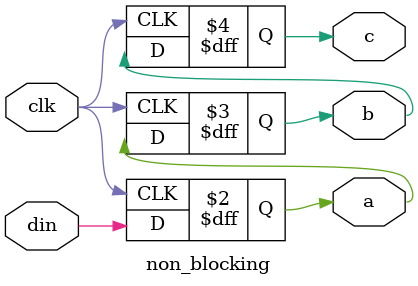
<source format=v>
module non_blocking(din, clk, a, b, c);
input din;
input clk;
output reg a;
output reg b;
output reg c;
always @(posedge clk)
begin
	a <= din;
        b <= a;
        c <= b;
end
endmodule
</source>
